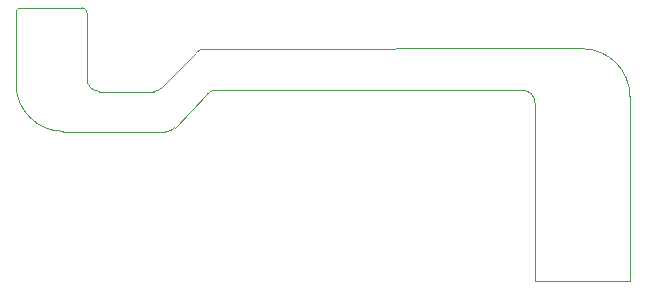
<source format=gbr>
%TF.GenerationSoftware,KiCad,Pcbnew,(5.99.0-10509-g065f85b504)*%
%TF.CreationDate,2021-07-11T16:04:47-06:00*%
%TF.ProjectId,OTG_Flex,4f54475f-466c-4657-982e-6b696361645f,1.1*%
%TF.SameCoordinates,Original*%
%TF.FileFunction,Profile,NP*%
%FSLAX46Y46*%
G04 Gerber Fmt 4.6, Leading zero omitted, Abs format (unit mm)*
G04 Created by KiCad (PCBNEW (5.99.0-10509-g065f85b504)) date 2021-07-11 16:04:47*
%MOMM*%
%LPD*%
G01*
G04 APERTURE LIST*
%TA.AperFunction,Profile*%
%ADD10C,0.100000*%
%TD*%
%TA.AperFunction,Profile*%
%ADD11C,0.120000*%
%TD*%
G04 APERTURE END LIST*
D10*
X163118800Y-94361000D02*
X189153800Y-94376747D01*
X189087237Y-94376747D02*
G75*
G02*
X190144636Y-95447430I-141J-1057621D01*
G01*
X194141400Y-90855800D02*
G75*
G02*
X198180000Y-94894400I0J-4038600D01*
G01*
X198180000Y-104555000D02*
X198180000Y-94894400D01*
X161415639Y-91220103D02*
G75*
G02*
X162207425Y-90871600I766386J-667497D01*
G01*
X162380839Y-94709503D02*
G75*
G02*
X163172625Y-94361000I766386J-667497D01*
G01*
X150164800Y-97866200D02*
X158848575Y-97875800D01*
X158597600Y-94132399D02*
G75*
G02*
X157805814Y-94480902I-766386J667497D01*
G01*
X159640361Y-97527298D02*
X162380839Y-94709503D01*
X158597600Y-94132400D02*
X161415639Y-91220102D01*
X194183000Y-90830400D02*
X162207425Y-90871600D01*
X146206200Y-93395659D02*
X146202400Y-93889964D01*
X190180000Y-104555000D02*
X190144636Y-95447430D01*
X159640361Y-97527297D02*
G75*
G02*
X158848575Y-97875800I-766386J667497D01*
G01*
X153263599Y-94466342D02*
G75*
G02*
X152206200Y-93395659I141J1057621D01*
G01*
X150239775Y-97853786D02*
G75*
G02*
X146202400Y-93840659I-24175J4013127D01*
G01*
X153212800Y-94488000D02*
X157861000Y-94480902D01*
D11*
%TO.C,J2*%
X152206200Y-87795659D02*
X152206200Y-90395659D01*
X146206200Y-90395659D02*
X146206200Y-93395659D01*
X146606200Y-87395659D02*
X151806200Y-87395659D01*
X146206200Y-87795659D02*
X146206200Y-90395659D01*
X152206200Y-90395659D02*
X152206200Y-93395659D01*
X146206200Y-87795659D02*
G75*
G02*
X146606200Y-87395659I400000J0D01*
G01*
X152206200Y-87795659D02*
G75*
G03*
X151806200Y-87395659I-400000J0D01*
G01*
%TO.C,J1*%
X198180000Y-110555000D02*
X198180000Y-104555000D01*
X190180000Y-110555000D02*
X198180000Y-110555000D01*
X190180000Y-110555000D02*
X190180000Y-104555000D01*
%TD*%
M02*

</source>
